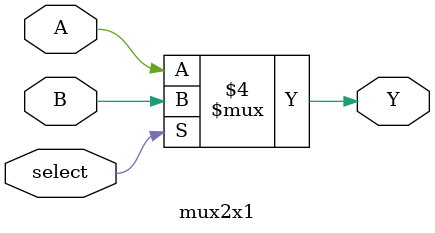
<source format=sv>
module mux2x1 (
    input logic A,
    input logic B,
    input logic select,
    output logic Y
);
    always_comb begin
        if (select == 1'b0)
            Y = A;
        else
            Y = B;
    end
endmodule

</source>
